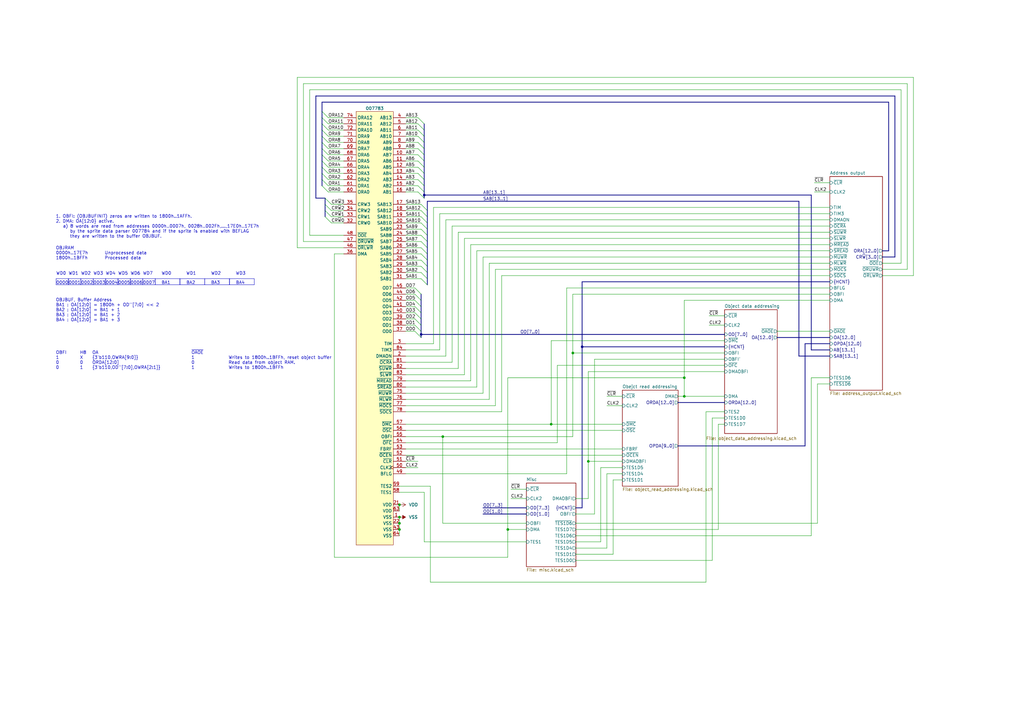
<source format=kicad_sch>
(kicad_sch (version 20231120) (generator "eeschema") (generator_version "8.0")
  (paper "A3")
  (title_block (title "Konami 007783") (date "2023-10-10") (company "Ulf Skutnabba, twitter: @skutis77"))
  (lib_symbols
    (symbol "ga_konami:007783_internal"
      (property "Reference" "U" (at 0 92.71 0))
      (property "Value" "007783" (at 0 90.17 0))
      (symbol "007783_internal_0_1"
        (rectangle (start -7.62 88.9) (end 7.62 -88.9) (fill (type background)))
      )
      (symbol "007783_internal_1_1"
        (pin power_out line (at 10.16 -77.47 180) (length 2.54) (name "VSS") (number "1"))
        (pin output line (at 12.7 71.12 180) (length 5.08) (name "AB7") (number "10"))
        (pin output line (at 12.7 68.58 180) (length 5.08) (name "AB6") (number "11"))
        (pin output line (at 12.7 66.04 180) (length 5.08) (name "AB5") (number "12"))
        (pin output line (at 12.7 63.5 180) (length 5.08) (name "AB4") (number "13"))
        (pin output line (at 12.7 60.96 180) (length 5.08) (name "AB3") (number "14"))
        (pin output line (at 12.7 58.42 180) (length 5.08) (name "AB2") (number "15"))
        (pin output line (at 12.7 55.88 180) (length 5.08) (name "AB1") (number "16"))
        (pin output line (at 12.7 50.8 180) (length 5.08) (name "SAB13") (number "17"))
        (pin output line (at 12.7 48.26 180) (length 5.08) (name "SAB12") (number "18"))
        (pin output line (at 12.7 45.72 180) (length 5.08) (name "SAB11") (number "19"))
        (pin output line (at 12.7 -11.43 180) (length 5.08) (name "DMAON") (number "2"))
        (pin output line (at 12.7 43.18 180) (length 5.08) (name "SAB10") (number "20"))
        (pin power_out line (at 10.16 -72.39 180) (length 2.54) (name "VDD") (number "21"))
        (pin power_out line (at 10.16 -80.01 180) (length 2.54) (name "VSS") (number "22"))
        (pin output line (at 12.7 40.64 180) (length 5.08) (name "SAB9") (number "23"))
        (pin output line (at 12.7 38.1 180) (length 5.08) (name "SAB8") (number "24"))
        (pin output line (at 12.7 35.56 180) (length 5.08) (name "SAB7") (number "25"))
        (pin output line (at 12.7 33.02 180) (length 5.08) (name "SAB6") (number "26"))
        (pin output line (at 12.7 30.48 180) (length 5.08) (name "SAB5") (number "27"))
        (pin output line (at 12.7 27.94 180) (length 5.08) (name "SAB4") (number "28"))
        (pin output line (at 12.7 25.4 180) (length 5.08) (name "SAB3") (number "29"))
        (pin output line (at 12.7 -6.35 180) (length 5.08) (name "TIM") (number "3"))
        (pin output line (at 12.7 22.86 180) (length 5.08) (name "SAB2") (number "30"))
        (pin output line (at 12.7 20.32 180) (length 5.08) (name "SAB1") (number "31"))
        (pin input line (at -12.7 43.18 0) (length 5.08) (name "CRW0") (number "32"))
        (pin input line (at -12.7 45.72 0) (length 5.08) (name "CRW1") (number "33"))
        (pin input line (at -12.7 48.26 0) (length 5.08) (name "CRW2") (number "34"))
        (pin input line (at -12.7 50.8 0) (length 5.08) (name "CRW3") (number "35"))
        (pin input line (at -12.7 30.48 0) (length 5.08) (name "DMA") (number "36"))
        (pin output line (at 12.7 -1.27 180) (length 5.08) (name "OD0") (number "37"))
        (pin output line (at 12.7 1.27 180) (length 5.08) (name "OD1") (number "38"))
        (pin output line (at 12.7 3.81 180) (length 5.08) (name "OD2") (number "39"))
        (pin output line (at 12.7 86.36 180) (length 5.08) (name "AB13") (number "4"))
        (pin output line (at 12.7 6.35 180) (length 5.08) (name "OD3") (number "40"))
        (pin output line (at 12.7 8.89 180) (length 5.08) (name "OD4") (number "41"))
        (pin output line (at 12.7 11.43 180) (length 5.08) (name "OD5") (number "42"))
        (pin power_out line (at 10.16 -82.55 180) (length 2.54) (name "VSS") (number "43"))
        (pin output line (at 12.7 13.97 180) (length 5.08) (name "OD6") (number "44"))
        (pin output line (at 12.7 16.51 180) (length 5.08) (name "OD7") (number "45"))
        (pin input line (at -12.7 33.02 0) (length 5.08) (name "~{ORLWR}") (number "46"))
        (pin input line (at -12.7 35.56 0) (length 5.08) (name "~{ORUWR}") (number "47"))
        (pin input line (at -12.7 38.1 0) (length 5.08) (name "~{OOE}") (number "48"))
        (pin output line (at 12.7 -59.69 180) (length 5.08) (name "BFLG") (number "49"))
        (pin output line (at 12.7 83.82 180) (length 5.08) (name "AB12") (number "5"))
        (pin output clock (at 12.7 -57.15 180) (length 5.08) (name "CLK2") (number "50"))
        (pin output line (at 12.7 -54.61 180) (length 5.08) (name "~{CLR}") (number "51"))
        (pin output line (at 12.7 -52.07 180) (length 5.08) (name "~{OCEN}") (number "52"))
        (pin output line (at 12.7 -49.53 180) (length 5.08) (name "FBRF") (number "53"))
        (pin output line (at 12.7 -46.99 180) (length 5.08) (name "~{OFC}") (number "54"))
        (pin output line (at 12.7 -44.45 180) (length 5.08) (name "OBFI") (number "55"))
        (pin output line (at 12.7 -41.91 180) (length 5.08) (name "~{OSC}") (number "56"))
        (pin output line (at 12.7 -39.37 180) (length 5.08) (name "~{DMC}") (number "57"))
        (pin output line (at 10.16 -67.31 180) (length 2.54) (name "TES1") (number "58"))
        (pin output line (at 10.16 -64.77 180) (length 2.54) (name "TES2") (number "59"))
        (pin output line (at 12.7 81.28 180) (length 5.08) (name "AB11") (number "6"))
        (pin input line (at -12.7 55.88 0) (length 5.08) (name "ORA0") (number "60"))
        (pin input line (at -12.7 58.42 0) (length 5.08) (name "ORA1") (number "61"))
        (pin input line (at -12.7 60.96 0) (length 5.08) (name "ORA2") (number "62"))
        (pin power_out line (at 10.16 -74.93 180) (length 2.54) (name "VDD") (number "63"))
        (pin power_out line (at 10.16 -85.09 180) (length 2.54) (name "VSS") (number "64"))
        (pin input line (at -12.7 63.5 0) (length 5.08) (name "ORA3") (number "65"))
        (pin input line (at -12.7 66.04 0) (length 5.08) (name "ORA4") (number "66"))
        (pin input line (at -12.7 68.58 0) (length 5.08) (name "ORA5") (number "67"))
        (pin input line (at -12.7 71.12 0) (length 5.08) (name "ORA6") (number "68"))
        (pin input line (at -12.7 73.66 0) (length 5.08) (name "ORA7") (number "69"))
        (pin output line (at 12.7 78.74 180) (length 5.08) (name "AB10") (number "7"))
        (pin input line (at -12.7 76.2 0) (length 5.08) (name "ORA8") (number "70"))
        (pin input line (at -12.7 78.74 0) (length 5.08) (name "ORA9") (number "71"))
        (pin input line (at -12.7 81.28 0) (length 5.08) (name "ORA10") (number "72"))
        (pin input line (at -12.7 83.82 0) (length 5.08) (name "ORA11") (number "73"))
        (pin input line (at -12.7 86.36 0) (length 5.08) (name "ORA12") (number "74"))
        (pin output line (at 12.7 -26.67 180) (length 5.08) (name "~{MUWR}") (number "75"))
        (pin output line (at 12.7 -29.21 180) (length 5.08) (name "~{MLWR}") (number "76"))
        (pin output line (at 12.7 -31.75 180) (length 5.08) (name "~{MOCS}") (number "77"))
        (pin output line (at 12.7 -34.29 180) (length 5.08) (name "~{SOCS}") (number "78"))
        (pin output line (at 12.7 -21.59 180) (length 5.08) (name "~{MREAD}") (number "79"))
        (pin output line (at 12.7 76.2 180) (length 5.08) (name "AB9") (number "8"))
        (pin output line (at 12.7 -24.13 180) (length 5.08) (name "~{SREAD}") (number "80"))
        (pin output line (at 12.7 -13.97 180) (length 5.08) (name "~{OCRA}") (number "81"))
        (pin output line (at 12.7 -16.51 180) (length 5.08) (name "~{SUWR}") (number "82"))
        (pin output line (at 12.7 -19.05 180) (length 5.08) (name "~{SLWR}") (number "83"))
        (pin output line (at 12.7 -8.89 180) (length 5.08) (name "TIM3") (number "84"))
        (pin output line (at 12.7 73.66 180) (length 5.08) (name "AB8") (number "9"))
      )
    )
    (symbol "power:VDD" (power) (pin_names (offset 0))
      (property "Value" "VDD" (at 0 3.81 0))
      (symbol "VDD_0_1"
        (polyline (pts (xy -0.762 1.27) (xy 0 2.54)))
        (polyline (pts (xy 0 0) (xy 0 2.54)))
        (polyline (pts (xy 0 2.54) (xy 0.762 1.27)))
      )
      (symbol "VDD_1_1"
        (pin power_in line (at 0 0 90) (length 0) hide (name "VDD") (number "1"))
      )
    )
    (symbol "power:VSS" (power) (pin_names (offset 0))
      (property "Value" "VSS" (at 0 3.81 0))
      (symbol "VSS_0_1"
        (polyline (pts (xy 0 0) (xy 0 2.54)))
        (polyline (pts (xy 0.762 1.27) (xy -0.762 1.27) (xy 0 2.54) (xy 0.762 1.27)) (fill (type outline)))
      )
      (symbol "VSS_1_1"
        (pin power_in line (at 0 0 90) (length 0) hide (name "VSS") (number "1"))
      )
    )
  )
  (junction (at 241.3 189.23))
  (junction (at 163.83 217.17))
  (junction (at 173.99 80.01))
  (junction (at 280.67 162.56))
  (junction (at 208.28 217.17))
  (junction (at 226.06 173.99))
  (junction (at 163.83 214.63))
  (junction (at 280.67 154.94))
  (junction (at 163.83 212.09))
  (junction (at 181.61 179.07))
  (junction (at 172.72 137.16))
  (junction (at 234.95 144.78))
  (junction (at 163.83 207.01))
  (junction (at 238.76 142.24))
  (bus_entry (at 171.45 48.26) (size 2.54 2.54))
  (bus_entry (at 170.18 123.19) (size 2.54 2.54))
  (bus_entry (at 172.72 88.9) (size 2.54 2.54))
  (bus_entry (at 132.08 68.58) (size 2.54 2.54))
  (bus_entry (at 171.45 60.96) (size 2.54 2.54))
  (bus_entry (at 172.72 86.36) (size 2.54 2.54))
  (bus_entry (at 132.08 55.88) (size 2.54 2.54))
  (bus_entry (at 172.72 109.22) (size 2.54 2.54))
  (bus_entry (at 171.45 63.5) (size 2.54 2.54))
  (bus_entry (at 172.72 91.44) (size 2.54 2.54))
  (bus_entry (at 133.35 86.36) (size 2.54 2.54))
  (bus_entry (at 132.08 63.5) (size 2.54 2.54))
  (bus_entry (at 133.35 81.28) (size 2.54 2.54))
  (bus_entry (at 170.18 128.27) (size 2.54 2.54))
  (bus_entry (at 170.18 118.11) (size 2.54 2.54))
  (bus_entry (at 172.72 93.98) (size 2.54 2.54))
  (bus_entry (at 172.72 96.52) (size 2.54 2.54))
  (bus_entry (at 172.72 83.82) (size 2.54 2.54))
  (bus_entry (at 132.08 45.72) (size 2.54 2.54))
  (bus_entry (at 133.35 83.82) (size 2.54 2.54))
  (bus_entry (at 170.18 130.81) (size 2.54 2.54))
  (bus_entry (at 132.08 76.2) (size 2.54 2.54))
  (bus_entry (at 170.18 133.35) (size 2.54 2.54))
  (bus_entry (at 132.08 50.8) (size 2.54 2.54))
  (bus_entry (at 172.72 99.06) (size 2.54 2.54))
  (bus_entry (at 172.72 106.68) (size 2.54 2.54))
  (bus_entry (at 132.08 58.42) (size 2.54 2.54))
  (bus_entry (at 171.45 55.88) (size 2.54 2.54))
  (bus_entry (at 132.08 60.96) (size 2.54 2.54))
  (bus_entry (at 132.08 71.12) (size 2.54 2.54))
  (bus_entry (at 171.45 73.66) (size 2.54 2.54))
  (bus_entry (at 172.72 101.6) (size 2.54 2.54))
  (bus_entry (at 170.18 135.89) (size 2.54 2.54))
  (bus_entry (at 172.72 111.76) (size 2.54 2.54))
  (bus_entry (at 171.45 78.74) (size 2.54 2.54))
  (bus_entry (at 171.45 76.2) (size 2.54 2.54))
  (bus_entry (at 132.08 73.66) (size 2.54 2.54))
  (bus_entry (at 132.08 53.34) (size 2.54 2.54))
  (bus_entry (at 171.45 58.42) (size 2.54 2.54))
  (bus_entry (at 171.45 50.8) (size 2.54 2.54))
  (bus_entry (at 171.45 68.58) (size 2.54 2.54))
  (bus_entry (at 132.08 48.26) (size 2.54 2.54))
  (bus_entry (at 132.08 66.04) (size 2.54 2.54))
  (bus_entry (at 171.45 71.12) (size 2.54 2.54))
  (bus_entry (at 172.72 104.14) (size 2.54 2.54))
  (bus_entry (at 171.45 53.34) (size 2.54 2.54))
  (bus_entry (at 133.35 88.9) (size 2.54 2.54))
  (bus_entry (at 170.18 120.65) (size 2.54 2.54))
  (bus_entry (at 170.18 125.73) (size 2.54 2.54))
  (bus_entry (at 171.45 66.04) (size 2.54 2.54))
  (bus_entry (at 172.72 114.3) (size 2.54 2.54))
  (wire (pts (xy 205.74 113.03) (xy 205.74 168.91)))
  (bus (pts (xy 175.26 88.9) (xy 175.26 86.36)))
  (wire (pts (xy 135.89 88.9) (xy 140.97 88.9)))
  (wire (pts (xy 166.37 55.88) (xy 171.45 55.88)))
  (polyline (pts (xy 28.0833 114.2714) (xy 28.0833 116.8114)))
  (bus (pts (xy 173.99 78.74) (xy 173.99 80.01)))
  (polyline (pts (xy 33.1633 116.8114) (xy 28.0833 116.8114)))
  (wire (pts (xy 208.28 228.6) (xy 137.16 228.6)))
  (polyline (pts (xy 33.1633 114.2714) (xy 38.2433 114.2714)))
  (wire (pts (xy 134.62 76.2) (xy 140.97 76.2)))
  (wire (pts (xy 134.62 50.8) (xy 140.97 50.8)))
  (bus (pts (xy 133.35 86.36) (xy 133.35 83.82)))
  (wire (pts (xy 181.61 214.63) (xy 215.9 214.63)))
  (wire (pts (xy 166.37 91.44) (xy 172.72 91.44)))
  (wire (pts (xy 334.01 78.74) (xy 340.36 78.74)))
  (wire (pts (xy 193.04 100.33) (xy 340.36 100.33)))
  (polyline (pts (xy 38.2433 114.2714) (xy 38.2433 116.8114)))
  (polyline (pts (xy 43.3233 116.8114) (xy 38.2433 116.8114)))
  (wire (pts (xy 234.95 120.65) (xy 234.95 144.78)))
  (wire (pts (xy 163.83 212.09) (xy 163.83 214.63)))
  (bus (pts (xy 238.76 142.24) (xy 238.76 115.57)))
  (wire (pts (xy 173.99 222.25) (xy 215.9 222.25)))
  (wire (pts (xy 289.56 168.91) (xy 289.56 238.76)))
  (bus (pts (xy 172.72 123.19) (xy 172.72 125.73)))
  (wire (pts (xy 166.37 93.98) (xy 172.72 93.98)))
  (bus (pts (xy 132.08 76.2) (xy 132.08 73.66)))
  (bus (pts (xy 175.26 86.36) (xy 175.26 82.55)))
  (bus (pts (xy 364.49 102.87) (xy 361.95 102.87)))
  (wire (pts (xy 127 36.83) (xy 127 96.52)))
  (wire (pts (xy 166.37 68.58) (xy 171.45 68.58)))
  (bus (pts (xy 173.99 68.58) (xy 173.99 71.12)))
  (wire (pts (xy 176.53 238.76) (xy 176.53 199.39)))
  (wire (pts (xy 294.64 173.99) (xy 297.18 173.99)))
  (bus (pts (xy 173.99 53.34) (xy 173.99 55.88)))
  (polyline (pts (xy 48.4033 114.2714) (xy 48.4033 116.8114)))
  (wire (pts (xy 166.37 58.42) (xy 171.45 58.42)))
  (polyline (pts (xy 58.5633 116.8114) (xy 53.4833 116.8114)))
  (wire (pts (xy 163.83 201.93) (xy 173.99 201.93)))
  (wire (pts (xy 203.2 166.37) (xy 203.2 110.49)))
  (wire (pts (xy 173.99 201.93) (xy 173.99 222.25)))
  (wire (pts (xy 335.28 157.48) (xy 340.36 157.48)))
  (bus (pts (xy 172.72 130.81) (xy 172.72 133.35)))
  (polyline (pts (xy 58.5633 114.2714) (xy 58.5633 116.8114)))
  (polyline (pts (xy 53.4833 114.2714) (xy 58.5633 114.2714)))
  (wire (pts (xy 166.37 50.8) (xy 171.45 50.8)))
  (wire (pts (xy 166.37 173.99) (xy 226.06 173.99)))
  (polyline (pts (xy 53.4833 114.2714) (xy 53.4833 116.8114)))
  (wire (pts (xy 209.55 204.47) (xy 215.9 204.47)))
  (polyline (pts (xy 28.0833 116.8114) (xy 23.0033 116.8114)))
  (wire (pts (xy 248.92 166.37) (xy 255.27 166.37)))
  (wire (pts (xy 166.37 111.76) (xy 172.72 111.76)))
  (wire (pts (xy 208.28 154.94) (xy 208.28 217.17)))
  (wire (pts (xy 203.2 110.49) (xy 340.36 110.49)))
  (polyline (pts (xy 33.1633 114.2714) (xy 33.1633 116.8114)))
  (wire (pts (xy 166.37 130.81) (xy 170.18 130.81)))
  (wire (pts (xy 121.92 31.75) (xy 121.92 101.6)))
  (bus (pts (xy 175.26 101.6) (xy 175.26 99.06)))
  (wire (pts (xy 246.38 191.77) (xy 255.27 191.77)))
  (bus (pts (xy 132.08 60.96) (xy 132.08 58.42)))
  (polyline (pts (xy 33.1633 114.2714) (xy 33.1633 116.8114)))
  (wire (pts (xy 297.18 171.45) (xy 292.1 171.45)))
  (bus (pts (xy 198.12 208.28) (xy 215.9 208.28)))
  (bus (pts (xy 175.26 106.68) (xy 175.26 104.14)))
  (bus (pts (xy 175.26 114.3) (xy 175.26 111.76)))
  (wire (pts (xy 166.37 48.26) (xy 171.45 48.26)))
  (bus (pts (xy 238.76 115.57) (xy 340.36 115.57)))
  (bus (pts (xy 173.99 50.8) (xy 173.99 53.34)))
  (wire (pts (xy 166.37 191.77) (xy 171.45 191.77)))
  (wire (pts (xy 335.28 214.63) (xy 335.28 157.48)))
  (wire (pts (xy 374.65 31.75) (xy 121.92 31.75)))
  (wire (pts (xy 198.12 105.41) (xy 340.36 105.41)))
  (wire (pts (xy 340.36 113.03) (xy 205.74 113.03)))
  (wire (pts (xy 134.62 55.88) (xy 140.97 55.88)))
  (wire (pts (xy 228.6 181.61) (xy 228.6 149.86)))
  (wire (pts (xy 226.06 173.99) (xy 255.27 173.99)))
  (wire (pts (xy 166.37 179.07) (xy 181.61 179.07)))
  (wire (pts (xy 134.62 71.12) (xy 140.97 71.12)))
  (wire (pts (xy 166.37 63.5) (xy 171.45 63.5)))
  (wire (pts (xy 318.77 135.89) (xy 340.36 135.89)))
  (wire (pts (xy 166.37 189.23) (xy 171.45 189.23)))
  (polyline (pts (xy 48.4033 114.2714) (xy 48.4033 116.8114)))
  (wire (pts (xy 166.37 163.83) (xy 200.66 163.83)))
  (wire (pts (xy 236.22 217.17) (xy 294.64 217.17)))
  (wire (pts (xy 166.37 148.59) (xy 185.42 148.59)))
  (wire (pts (xy 294.64 217.17) (xy 294.64 173.99)))
  (bus (pts (xy 340.36 146.05) (xy 327.66 146.05)))
  (bus (pts (xy 361.95 105.41) (xy 367.03 105.41)))
  (bus (pts (xy 367.03 39.37) (xy 129.54 39.37)))
  (wire (pts (xy 361.95 110.49) (xy 372.11 110.49)))
  (wire (pts (xy 195.58 158.75) (xy 195.58 102.87)))
  (wire (pts (xy 361.95 113.03) (xy 374.65 113.03)))
  (wire (pts (xy 166.37 153.67) (xy 190.5 153.67)))
  (wire (pts (xy 166.37 118.11) (xy 170.18 118.11)))
  (bus (pts (xy 236.22 208.28) (xy 238.76 208.28)))
  (bus (pts (xy 132.08 68.58) (xy 132.08 66.04)))
  (wire (pts (xy 137.16 104.14) (xy 140.97 104.14)))
  (wire (pts (xy 248.92 224.79) (xy 236.22 224.79)))
  (polyline (pts (xy 58.5633 114.2714) (xy 58.5633 116.8114)))
  (wire (pts (xy 127 96.52) (xy 140.97 96.52)))
  (wire (pts (xy 166.37 114.3) (xy 172.72 114.3)))
  (wire (pts (xy 134.62 60.96) (xy 140.97 60.96)))
  (wire (pts (xy 251.46 227.33) (xy 251.46 196.85)))
  (bus (pts (xy 175.26 99.06) (xy 175.26 96.52)))
  (bus (pts (xy 175.26 116.84) (xy 175.26 114.3)))
  (wire (pts (xy 209.55 200.66) (xy 215.9 200.66)))
  (wire (pts (xy 290.83 133.35) (xy 297.18 133.35)))
  (wire (pts (xy 166.37 101.6) (xy 172.72 101.6)))
  (wire (pts (xy 182.88 146.05) (xy 182.88 90.17)))
  (wire (pts (xy 166.37 76.2) (xy 171.45 76.2)))
  (wire (pts (xy 190.5 97.79) (xy 340.36 97.79)))
  (wire (pts (xy 243.84 210.82) (xy 243.84 147.32)))
  (wire (pts (xy 248.92 194.31) (xy 248.92 224.79)))
  (bus (pts (xy 278.13 165.1) (xy 297.18 165.1)))
  (bus (pts (xy 173.99 71.12) (xy 173.99 73.66)))
  (bus (pts (xy 172.72 135.89) (xy 172.72 137.16)))
  (wire (pts (xy 166.37 78.74) (xy 171.45 78.74)))
  (bus (pts (xy 173.99 80.01) (xy 173.99 81.28)))
  (bus (pts (xy 173.99 63.5) (xy 173.99 66.04)))
  (wire (pts (xy 334.01 74.93) (xy 340.36 74.93)))
  (polyline (pts (xy 43.3233 114.2714) (xy 48.4033 114.2714)))
  (wire (pts (xy 134.62 58.42) (xy 140.97 58.42)))
  (bus (pts (xy 173.99 66.04) (xy 173.99 68.58)))
  (bus (pts (xy 132.08 53.34) (xy 132.08 50.8)))
  (bus (pts (xy 278.13 182.88) (xy 330.2 182.88)))
  (polyline (pts (xy 38.2433 114.2714) (xy 38.2433 116.8114)))
  (polyline (pts (xy 53.4833 114.2714) (xy 53.4833 116.8114)))
  (polyline (pts (xy 28.0833 114.2714) (xy 28.0833 116.8114)))
  (polyline (pts (xy 48.4033 116.8114) (xy 43.3233 116.8114)))
  (wire (pts (xy 166.37 104.14) (xy 172.72 104.14)))
  (wire (pts (xy 166.37 71.12) (xy 171.45 71.12)))
  (bus (pts (xy 175.26 111.76) (xy 175.26 109.22)))
  (wire (pts (xy 166.37 161.29) (xy 198.12 161.29)))
  (bus (pts (xy 238.76 142.24) (xy 297.18 142.24)))
  (wire (pts (xy 187.96 151.13) (xy 187.96 95.25)))
  (wire (pts (xy 208.28 217.17) (xy 215.9 217.17)))
  (wire (pts (xy 166.37 176.53) (xy 255.27 176.53)))
  (wire (pts (xy 241.3 152.4) (xy 241.3 189.23)))
  (bus (pts (xy 173.99 58.42) (xy 173.99 60.96)))
  (wire (pts (xy 176.53 199.39) (xy 163.83 199.39)))
  (polyline (pts (xy 48.4033 114.2714) (xy 53.4833 114.2714)))
  (wire (pts (xy 166.37 73.66) (xy 171.45 73.66)))
  (wire (pts (xy 166.37 140.97) (xy 177.8 140.97)))
  (wire (pts (xy 280.67 162.56) (xy 297.18 162.56)))
  (polyline (pts (xy 38.2433 114.2714) (xy 43.3233 114.2714)))
  (wire (pts (xy 166.37 156.21) (xy 193.04 156.21)))
  (wire (pts (xy 124.46 99.06) (xy 124.46 34.29)))
  (wire (pts (xy 135.89 91.44) (xy 140.97 91.44)))
  (wire (pts (xy 166.37 66.04) (xy 171.45 66.04)))
  (wire (pts (xy 166.37 96.52) (xy 172.72 96.52)))
  (bus (pts (xy 172.72 120.65) (xy 172.72 123.19)))
  (wire (pts (xy 166.37 88.9) (xy 172.72 88.9)))
  (bus (pts (xy 364.49 41.91) (xy 364.49 102.87)))
  (polyline (pts (xy 63.6433 116.8114) (xy 58.5633 116.8114)))
  (wire (pts (xy 280.67 154.94) (xy 208.28 154.94)))
  (wire (pts (xy 278.13 162.56) (xy 280.67 162.56)))
  (bus (pts (xy 173.99 73.66) (xy 173.99 76.2)))
  (bus (pts (xy 133.35 83.82) (xy 133.35 81.28)))
  (polyline (pts (xy 63.6433 114.2714) (xy 63.6433 116.8114)))
  (wire (pts (xy 166.37 166.37) (xy 203.2 166.37)))
  (bus (pts (xy 332.74 143.51) (xy 332.74 80.01)))
  (wire (pts (xy 185.42 148.59) (xy 185.42 92.71)))
  (wire (pts (xy 193.04 156.21) (xy 193.04 100.33)))
  (bus (pts (xy 133.35 81.28) (xy 129.54 81.28)))
  (bus (pts (xy 132.08 48.26) (xy 132.08 45.72)))
  (bus (pts (xy 132.08 41.91) (xy 364.49 41.91)))
  (wire (pts (xy 135.89 83.82) (xy 140.97 83.82)))
  (bus (pts (xy 132.08 58.42) (xy 132.08 55.88)))
  (wire (pts (xy 166.37 184.15) (xy 255.27 184.15)))
  (wire (pts (xy 163.83 214.63) (xy 163.83 217.17)))
  (wire (pts (xy 134.62 53.34) (xy 140.97 53.34)))
  (wire (pts (xy 372.11 34.29) (xy 372.11 110.49)))
  (wire (pts (xy 241.3 152.4) (xy 297.18 152.4)))
  (wire (pts (xy 185.42 92.71) (xy 340.36 92.71)))
  (wire (pts (xy 166.37 86.36) (xy 172.72 86.36)))
  (wire (pts (xy 243.84 147.32) (xy 297.18 147.32)))
  (bus (pts (xy 175.26 93.98) (xy 175.26 91.44)))
  (bus (pts (xy 132.08 73.66) (xy 132.08 71.12)))
  (wire (pts (xy 187.96 95.25) (xy 340.36 95.25)))
  (wire (pts (xy 374.65 113.03) (xy 374.65 31.75)))
  (wire (pts (xy 166.37 151.13) (xy 187.96 151.13)))
  (wire (pts (xy 297.18 139.7) (xy 226.06 139.7)))
  (wire (pts (xy 166.37 53.34) (xy 171.45 53.34)))
  (bus (pts (xy 173.99 80.01) (xy 332.74 80.01)))
  (wire (pts (xy 134.62 78.74) (xy 140.97 78.74)))
  (bus (pts (xy 172.72 133.35) (xy 172.72 135.89)))
  (wire (pts (xy 292.1 229.87) (xy 236.22 229.87)))
  (wire (pts (xy 190.5 153.67) (xy 190.5 97.79)))
  (wire (pts (xy 289.56 238.76) (xy 176.53 238.76)))
  (bus (pts (xy 129.54 39.37) (xy 129.54 81.28)))
  (wire (pts (xy 182.88 90.17) (xy 340.36 90.17)))
  (polyline (pts (xy 53.4833 116.8114) (xy 48.4033 116.8114)))
  (polyline (pts (xy 43.3233 114.2714) (xy 43.3233 116.8114)))
  (bus (pts (xy 175.26 82.55) (xy 327.66 82.55)))
  (bus (pts (xy 132.08 50.8) (xy 132.08 48.26)))
  (wire (pts (xy 134.62 73.66) (xy 140.97 73.66)))
  (wire (pts (xy 166.37 120.65) (xy 170.18 120.65)))
  (wire (pts (xy 166.37 60.96) (xy 171.45 60.96)))
  (wire (pts (xy 205.74 168.91) (xy 166.37 168.91)))
  (wire (pts (xy 166.37 143.51) (xy 180.34 143.51)))
  (wire (pts (xy 134.62 63.5) (xy 140.97 63.5)))
  (wire (pts (xy 241.3 189.23) (xy 241.3 204.47)))
  (wire (pts (xy 140.97 99.06) (xy 124.46 99.06)))
  (wire (pts (xy 246.38 222.25) (xy 246.38 191.77)))
  (polyline (pts (xy 23.0033 114.2714) (xy 28.0833 114.2714)))
  (bus (pts (xy 132.08 45.72) (xy 132.08 41.91)))
  (bus (pts (xy 198.12 210.82) (xy 215.9 210.82)))
  (wire (pts (xy 280.67 162.56) (xy 280.67 154.94)))
  (bus (pts (xy 173.99 55.88) (xy 173.99 58.42)))
  (bus (pts (xy 330.2 182.88) (xy 330.2 140.97)))
  (bus (pts (xy 132.08 71.12) (xy 132.08 68.58)))
  (wire (pts (xy 135.89 86.36) (xy 140.97 86.36)))
  (bus (pts (xy 173.99 76.2) (xy 173.99 78.74)))
  (wire (pts (xy 166.37 158.75) (xy 195.58 158.75)))
  (wire (pts (xy 166.37 83.82) (xy 172.72 83.82)))
  (wire (pts (xy 134.62 66.04) (xy 140.97 66.04)))
  (wire (pts (xy 361.95 107.95) (xy 369.57 107.95)))
  (wire (pts (xy 166.37 194.31) (xy 232.41 194.31)))
  (wire (pts (xy 236.22 210.82) (xy 243.84 210.82)))
  (polyline (pts (xy 43.3233 114.2714) (xy 43.3233 116.8114)))
  (bus (pts (xy 172.72 128.27) (xy 172.72 130.81)))
  (polyline (pts (xy 28.0833 114.2714) (xy 33.1633 114.2714)))
  (wire (pts (xy 236.22 214.63) (xy 335.28 214.63)))
  (wire (pts (xy 166.37 181.61) (xy 228.6 181.61)))
  (wire (pts (xy 134.62 48.26) (xy 140.97 48.26)))
  (bus (pts (xy 172.72 125.73) (xy 172.72 128.27)))
  (bus (pts (xy 132.08 55.88) (xy 132.08 53.34)))
  (wire (pts (xy 332.74 219.71) (xy 332.74 154.94)))
  (bus (pts (xy 327.66 146.05) (xy 327.66 82.55)))
  (wire (pts (xy 121.92 101.6) (xy 140.97 101.6)))
  (wire (pts (xy 166.37 146.05) (xy 182.88 146.05)))
  (bus (pts (xy 318.77 138.43) (xy 340.36 138.43)))
  (bus (pts (xy 340.36 143.51) (xy 332.74 143.51)))
  (polyline (pts (xy 23.0033 114.2714) (xy 23.0033 116.8114)))
  (bus (pts (xy 133.35 88.9) (xy 133.35 86.36)))
  (wire (pts (xy 166.37 123.19) (xy 170.18 123.19)))
  (wire (pts (xy 234.95 179.07) (xy 234.95 144.78)))
  (bus (pts (xy 175.26 109.22) (xy 175.26 106.68)))
  (wire (pts (xy 248.92 194.31) (xy 255.27 194.31)))
  (bus (pts (xy 175.26 104.14) (xy 175.26 101.6)))
  (wire (pts (xy 195.58 102.87) (xy 340.36 102.87)))
  (bus (pts (xy 330.2 140.97) (xy 340.36 140.97)))
  (wire (pts (xy 232.41 118.11) (xy 232.41 194.31)))
  (wire (pts (xy 228.6 149.86) (xy 297.18 149.86)))
  (bus (pts (xy 172.72 137.16) (xy 297.18 137.16)))
  (wire (pts (xy 163.83 217.17) (xy 163.83 219.71)))
  (polyline (pts (xy 38.2433 116.8114) (xy 33.1633 116.8114)))
  (bus (pts (xy 367.03 105.41) (xy 367.03 39.37)))
  (wire (pts (xy 166.37 106.68) (xy 172.72 106.68)))
  (wire (pts (xy 297.18 168.91) (xy 289.56 168.91)))
  (wire (pts (xy 198.12 161.29) (xy 198.12 105.41)))
  (wire (pts (xy 290.83 129.54) (xy 297.18 129.54)))
  (wire (pts (xy 292.1 171.45) (xy 292.1 229.87)))
  (bus (pts (xy 173.99 60.96) (xy 173.99 63.5)))
  (wire (pts (xy 166.37 99.06) (xy 172.72 99.06)))
  (wire (pts (xy 236.22 204.47) (xy 241.3 204.47)))
  (wire (pts (xy 177.8 85.09) (xy 340.36 85.09)))
  (wire (pts (xy 369.57 107.95) (xy 369.57 36.83)))
  (wire (pts (xy 280.67 123.19) (xy 280.67 154.94)))
  (bus (pts (xy 175.26 96.52) (xy 175.26 93.98)))
  (wire (pts (xy 251.46 196.85) (xy 255.27 196.85)))
  (wire (pts (xy 200.66 107.95) (xy 200.66 163.83)))
  (wire (pts (xy 137.16 228.6) (xy 137.16 104.14)))
  (wire (pts (xy 236.22 227.33) (xy 251.46 227.33)))
  (wire (pts (xy 236.22 219.71) (xy 332.74 219.71)))
  (wire (pts (xy 180.34 87.63) (xy 340.36 87.63)))
  (wire (pts (xy 166.37 125.73) (xy 170.18 125.73)))
  (wire (pts (xy 280.67 123.19) (xy 340.36 123.19)))
  (wire (pts (xy 208.28 217.17) (xy 208.28 228.6)))
  (wire (pts (xy 124.46 34.29) (xy 372.11 34.29)))
  (bus (pts (xy 132.08 66.04) (xy 132.08 63.5)))
  (wire (pts (xy 236.22 222.25) (xy 246.38 222.25)))
  (wire (pts (xy 180.34 143.51) (xy 180.34 87.63)))
  (wire (pts (xy 226.06 139.7) (xy 226.06 173.99)))
  (wire (pts (xy 134.62 68.58) (xy 140.97 68.58)))
  (bus (pts (xy 238.76 208.28) (xy 238.76 142.24)))
  (wire (pts (xy 340.36 107.95) (xy 200.66 107.95)))
  (bus (pts (xy 172.72 137.16) (xy 172.72 138.43)))
  (wire (pts (xy 369.57 36.83) (xy 127 36.83)))
  (bus (pts (xy 132.08 63.5) (xy 132.08 60.96)))
  (wire (pts (xy 340.36 120.65) (xy 234.95 120.65)))
  (wire (pts (xy 241.3 189.23) (xy 255.27 189.23)))
  (wire (pts (xy 166.37 128.27) (xy 170.18 128.27)))
  (wire (pts (xy 163.83 207.01) (xy 163.83 209.55)))
  (bus (pts (xy 175.26 91.44) (xy 175.26 88.9)))
  (polyline (pts (xy 58.5633 114.2714) (xy 63.6433 114.2714)))
  (wire (pts (xy 166.37 133.35) (xy 170.18 133.35)))
  (wire (pts (xy 332.74 154.94) (xy 340.36 154.94)))
  (wire (pts (xy 234.95 144.78) (xy 297.18 144.78)))
  (wire (pts (xy 181.61 179.07) (xy 234.95 179.07)))
  (wire (pts (xy 340.36 118.11) (xy 232.41 118.11)))
  (wire (pts (xy 166.37 186.69) (xy 255.27 186.69)))
  (wire (pts (xy 177.8 140.97) (xy 177.8 85.09)))
  (wire (pts (xy 166.37 135.89) (xy 170.18 135.89)))
  (wire (pts (xy 166.37 109.22) (xy 172.72 109.22)))
  (wire (pts (xy 248.92 162.56) (xy 255.27 162.56)))
  (wire (pts (xy 181.61 179.07) (xy 181.61 214.63)))
  (rectangle (start 73.8033 114.2714) (end 83.9633 116.8114))
  (rectangle (start 63.6433 114.2714) (end 73.8033 116.8114))
  (rectangle (start 94.1233 114.2714) (end 104.2833 116.8114))
  (rectangle (start 83.9633 114.2714) (end 94.1233 116.8114))
  (text "0002" (at 33.1633 116.8114 0) (effects (font (size 1.27 1.27)) (justify left bottom)))
  (text "0004" (at 43.3233 116.8114 0) (effects (font (size 1.27 1.27)) (justify left bottom)))
  (text "WD7" (at 58.5633 113.0014 0) (effects (font (size 1.27 1.27)) (justify left bottom)))
  (text "BA1" (at 66.1833 116.8114 0) (effects (font (size 1.27 1.27)) (justify left bottom)))
  (text "WD1" (at 28.0833 113.0014 0) (effects (font (size 1.27 1.27)) (justify left bottom)))
  (text "WD2" (at 86.5033 113.0014 0) (effects (font (size 1.27 1.27)) (justify left bottom)))
  (text "WD3" (at 38.2433 113.0014 0) (effects (font (size 1.27 1.27)) (justify left bottom)))
  (text "WD4" (at 43.3233 113.0014 0) (effects (font (size 1.27 1.27)) (justify left bottom)))
  (text "OBJRAM\n0000h..17E7h	Unprocessed data\n1800h..1BFFh	Processed data" (at 22.86 106.68 0) (effects (font (size 1.27 1.27)) (justify left bottom)))
  (text "0001" (at 28.0833 116.8114 0) (effects (font (size 1.27 1.27)) (justify left bottom)))
  (text "WD2" (at 33.1633 113.0014 0) (effects (font (size 1.27 1.27)) (justify left bottom)))
  (text "WD0" (at 66.1833 113.0014 0) (effects (font (size 1.27 1.27)) (justify left bottom)))
  (text "0005" (at 48.4033 116.8114 0) (effects (font (size 1.27 1.27)) (justify left bottom)))
  (text "BA2" (at 76.3433 116.8114 0) (effects (font (size 1.27 1.27)) (justify left bottom)))
  (text "BA4" (at 96.6633 116.8114 0) (effects (font (size 1.27 1.27)) (justify left bottom)))
  (text "0003" (at 38.2433 116.8114 0) (effects (font (size 1.27 1.27)) (justify left bottom)))
  (text "WD1" (at 76.3433 113.0014 0) (effects (font (size 1.27 1.27)) (justify left bottom)))
  (text "WD3" (at 96.6633 113.0014 0) (effects (font (size 1.27 1.27)) (justify left bottom)))
  (text "OBFI	H8	OA								~{OAOE}	\n1		X	{3'b110,OWRA[9:0]}				1			Writes to 1800h..1BFFh, reset object buffer\n0		0	ORDA[12:0]						0			Read data from object RAM.\n0		1	{3'b110,OD''[7:0],OWRA[2:1]}	1			Writes to 1800h..1BFFh\n\n" (at 22.86 153.67 0) (effects (font (size 1.27 1.27)) (justify left bottom)))
  (text "0007" (at 58.5633 116.8114 0) (effects (font (size 1.27 1.27)) (justify left bottom)))
  (text "WD5" (at 48.4033 113.0014 0) (effects (font (size 1.27 1.27)) (justify left bottom)))
  (text "OBJBUF, Buffer Address\nBA1 : OA[12:0] = 1800h + OD''[7:0] << 2\nBA2 : OA[12:0] = BA1 + 1\nBA3 : OA[12:0] = BA1 + 2\nBA4 : OA[12:0] = BA1 + 3" (at 22.86 132.08 0) (effects (font (size 1.27 1.27)) (justify left bottom)))
  (text "WD0" (at 23.0033 113.0014 0) (effects (font (size 1.27 1.27)) (justify left bottom)))
  (text "0000" (at 23.0033 116.8114 0) (effects (font (size 1.27 1.27)) (justify left bottom)))
  (text "WD6" (at 53.4833 113.0014 0) (effects (font (size 1.27 1.27)) (justify left bottom)))
  (text "0006" (at 53.4833 116.8114 0) (effects (font (size 1.27 1.27)) (justify left bottom)))
  (text "1. OBFI: (OBJBUFINIT) zeros are written to 1800h..1AFFh.\n2. DMA: OA[12:0} active.\n   a) 8 words are read from addresses 0000h..0007h, 0028h..002Fh,...,17E0h..17E7h\n      by the sprite data parser 007784 and if the sprite is enabled with BEFLAG\n      they are written to the buffer OBJBUF." (at 22.86 97.79 0) (effects (font (size 1.27 1.27)) (justify left bottom)))
  (text "BA3" (at 86.5033 116.8114 0) (effects (font (size 1.27 1.27)) (justify left bottom)))
  (label "AB2" (at 166.37 76.2 0))
  (label "SAB10" (at 166.37 91.44 0))
  (label "ORA2" (at 134.62 73.66 0))
  (label "ORA6" (at 134.62 63.5 0))
  (label "~{CLR}" (at 209.55 200.66 0))
  (label "CLK2" (at 290.83 133.35 0))
  (label "ORA4" (at 134.62 68.58 0))
  (label "CLK2" (at 166.37 191.77 0))
  (label "SAB5" (at 166.37 104.14 0))
  (label "AB5" (at 166.37 68.58 0))
  (label "ORA5" (at 134.62 66.04 0))
  (label "OD2" (at 166.37 130.81 0))
  (label "AB7" (at 166.37 63.5 0))
  (label "SAB2" (at 166.37 111.76 0))
  (label "SAB11" (at 166.37 88.9 0))
  (label "~{CLR}" (at 248.92 162.56 0))
  (label "SAB6" (at 166.37 101.6 0))
  (label "OD[1..0]" (at 198.12 210.82 0))
  (label "ORA7" (at 134.62 60.96 0))
  (label "ORA9" (at 134.62 55.88 0))
  (label "OD6" (at 166.37 120.65 0))
  (label "AB3" (at 166.37 73.66 0))
  (label "OD5" (at 166.37 123.19 0))
  (label "CLK2" (at 248.92 166.37 0))
  (label "SAB7" (at 166.37 99.06 0))
  (label "ORA11" (at 134.62 50.8 0))
  (label "SAB[13..1]" (at 198.12 82.55 0))
  (label "AB11" (at 166.37 53.34 0))
  (label "OD[7..0]" (at 213.36 137.16 0))
  (label "AB12" (at 166.37 50.8 0))
  (label "AB4" (at 166.37 71.12 0))
  (label "CLK2" (at 209.55 204.47 0))
  (label "~{CLR}" (at 334.01 74.93 0))
  (label "OD[7..3]" (at 198.12 208.28 0))
  (label "CR~{W}3" (at 135.89 83.82 0))
  (label "OD3" (at 166.37 128.27 0))
  (label "SAB3" (at 166.37 109.22 0))
  (label "SAB12" (at 166.37 86.36 0))
  (label "AB9" (at 166.37 58.42 0))
  (label "SAB4" (at 166.37 106.68 0))
  (label "OD0" (at 166.37 135.89 0))
  (label "AB1" (at 166.37 78.74 0))
  (label "SAB9" (at 166.37 93.98 0))
  (label "AB10" (at 166.37 55.88 0))
  (label "OD1" (at 166.37 133.35 0))
  (label "AB13" (at 166.37 48.26 0))
  (label "SAB13" (at 166.37 83.82 0))
  (label "~{CLR}" (at 166.37 189.23 0))
  (label "AB[13..1]" (at 198.12 80.01 0))
  (label "ORA0" (at 134.62 78.74 0))
  (label "CR~{W}0" (at 135.89 91.44 0))
  (label "~{CLR}" (at 290.83 129.54 0))
  (label "SAB8" (at 166.37 96.52 0))
  (label "ORA3" (at 134.62 71.12 0))
  (label "OD4" (at 166.37 125.73 0))
  (label "ORA10" (at 134.62 53.34 0))
  (label "CR~{W}2" (at 135.89 86.36 0))
  (label "ORA12" (at 134.62 48.26 0))
  (label "ORA8" (at 134.62 58.42 0))
  (label "AB6" (at 166.37 66.04 0))
  (label "AB8" (at 166.37 60.96 0))
  (label "CLK2" (at 334.01 78.74 0))
  (label "SAB1" (at 166.37 114.3 0))
  (label "ORA1" (at 134.62 76.2 0))
  (label "CR~{W}1" (at 135.89 88.9 0))
  (label "OD7" (at 166.37 118.11 0))
  (symbol (lib_id "power:VDD") (at 163.83 207.01 270) (unit 1)
    (property "Reference" "#PWR015" (effects (hide yes)))
    (property "Value" "VDD" (at 167.64 207.01 90) (effects (justify left)))
  )
  (symbol (lib_id "ga_konami:007783_internal") (at 153.67 134.62 0) (unit 1)
    (property "Reference" "U1" (effects (hide yes)))
    (property "Value" "007783" (at 153.67 44.45 0))
  )
  (symbol (lib_id "power:VSS") (at 163.83 212.09 270) (unit 1)
    (property "Reference" "#PWR016" (effects (hide yes)))
    (property "Value" "VSS" (at 167.64 212.09 90) (effects (justify left)))
  )
  (sheet (at 297.18 127) (size 21.59 50.8) (stroke (width 0.1524))
    (property "Sheetname" "Object data addressing" (at 297.18 126.2884 0) (effects (justify left bottom)))
    (property "Sheetfile" "object_data_addressing.kicad_sch" (at 289.56 179.07 0) (effects (justify left top)))
    (pin "DMAOBFI" input (at 297.18 152.4 180))
    (pin "CLK2" input (at 297.18 133.35 180))
    (pin "~{CLR}" input (at 297.18 129.54 180))
    (pin "ORDA[12..0]" input (at 297.18 165.1 180))
    (pin "OA[12..0]" output (at 318.77 138.43 0))
    (pin "~{OAOE}" output (at 318.77 135.89 0))
    (pin "TES1D0" input (at 297.18 171.45 180))
    (pin "TES2" input (at 297.18 168.91 180))
    (pin "{HCNT}" input (at 297.18 142.24 180))
    (pin "DMA" input (at 297.18 162.56 180))
    (pin "~{OFC}" input (at 297.18 149.86 180))
    (pin "~{DMC}" input (at 297.18 139.7 180))
    (pin "OD[7..0]" input (at 297.18 137.16 180))
    (pin "TES1D7" input (at 297.18 173.99 180))
    (pin "OBFI" input (at 297.18 144.78 180))
    (pin "OBFI'" input (at 297.18 147.32 180))
  )
  (sheet (at 215.9 198.12) (size 20.32 34.29) (stroke (width 0.1524))
    (property "Sheetname" "Misc" (at 215.9 197.4084 0) (effects (justify left bottom)))
    (property "Sheetfile" "misc.kicad_sch" (at 215.9 232.9946 0) (effects (justify left top)))
    (pin "CLK2" input (at 215.9 204.47 180))
    (pin "~{CLR}" input (at 215.9 200.66 180))
    (pin "TES1D5" output (at 236.22 222.25 0))
    (pin "TES1D7" output (at 236.22 217.17 0))
    (pin "TES1D6" output (at 236.22 219.71 0))
    (pin "OBFI" input (at 215.9 214.63 180))
    (pin "OBFI'" output (at 236.22 210.82 0))
    (pin "DMAOBFI" output (at 236.22 204.47 0))
    (pin "DMA" input (at 215.9 217.17 180))
    (pin "TES1D4" output (at 236.22 224.79 0))
    (pin "~{TES1D6}" output (at 236.22 214.63 0))
    (pin "TES1" input (at 215.9 222.25 180))
    (pin "TES1D1" output (at 236.22 227.33 0))
    (pin "TES1D0" output (at 236.22 229.87 0))
    (pin "OD[1..0]" input (at 215.9 210.82 180))
    (pin "OD[7..3]" input (at 215.9 208.28 180))
    (pin "{HCNT}" output (at 236.22 208.28 0))
  )
  (sheet (at 255.27 160.02) (size 22.86 39.37) (stroke (width 0.1524))
    (property "Sheetname" "Obejct read addressing" (at 255.27 159.3084 0) (effects (justify left bottom)))
    (property "Sheetfile" "object_read_addressing.kicad_sch" (at 255.27 199.9746 0) (effects (justify left top)))
    (pin "OPDA[9..0]" output (at 278.13 182.88 0))
    (pin "FBRF" input (at 255.27 184.15 180))
    (pin "DMAOBFI" input (at 255.27 189.23 180))
    (pin "TES1D1" input (at 255.27 196.85 180))
    (pin "~{CLR}" input (at 255.27 162.56 180))
    (pin "CLK2" input (at 255.27 166.37 180))
    (pin "~{OSC}" input (at 255.27 176.53 180))
    (pin "~{DMC}" input (at 255.27 173.99 180))
    (pin "TES1D4" input (at 255.27 194.31 180))
    (pin "TES1D5" input (at 255.27 191.77 180))
    (pin "DMA" output (at 278.13 162.56 0))
    (pin "ORDA[12..0]" output (at 278.13 165.1 0))
    (pin "~{OCEN}" input (at 255.27 186.69 180))
  )
  (sheet (at 340.36 72.39) (size 21.59 87.63) (stroke (width 0.1524))
    (property "Sheetname" "Address output" (at 340.36 71.6784 0) (effects (justify left bottom)))
    (property "Sheetfile" "address_output.kicad_sch" (at 340.36 160.6046 0) (effects (justify left top)))
    (pin "ORA[12..0]" output (at 361.95 102.87 0))
    (pin "~{SUWR}" input (at 340.36 95.25 180))
    (pin "~{MOCS}" input (at 340.36 110.49 180))
    (pin "~{SOCS}" input (at 340.36 113.03 180))
    (pin "~{SLWR}" input (at 340.36 97.79 180))
    (pin "CLK2" input (at 340.36 78.74 180))
    (pin "~{ORUWR}" output (at 361.95 110.49 0))
    (pin "TIM" input (at 340.36 85.09 180))
    (pin "~{ORLWR}" output (at 361.95 113.03 0))
    (pin "~{OCRA}" input (at 340.36 92.71 180))
    (pin "TIM3" input (at 340.36 87.63 180))
    (pin "AB[13..1]" input (at 340.36 143.51 180))
    (pin "OA[12..0]" input (at 340.36 138.43 180))
    (pin "OPDA[12..0]" input (at 340.36 140.97 180))
    (pin "SAB[13..1]" input (at 340.36 146.05 180))
    (pin "{HCNT}" input (at 340.36 115.57 180))
    (pin "TES1D6" input (at 340.36 154.94 180))
    (pin "~{TES1D6}" input (at 340.36 157.48 180))
    (pin "OBFI" input (at 340.36 120.65 180))
    (pin "~{OOE}" output (at 361.95 107.95 0))
    (pin "~{SREAD}" input (at 340.36 102.87 180))
    (pin "~{MREAD}" input (at 340.36 100.33 180))
    (pin "~{OAOE}" input (at 340.36 135.89 180))
    (pin "DMA" input (at 340.36 123.19 180))
    (pin "~{MLWR}" input (at 340.36 107.95 180))
    (pin "~{CLR}" input (at 340.36 74.93 180))
    (pin "DMAON" input (at 340.36 90.17 180))
    (pin "~{MUWR}" input (at 340.36 105.41 180))
    (pin "BFLG" input (at 340.36 118.11 180))
    (pin "CR~{W}[3..0]" output (at 361.95 105.41 0))
  )
)
</source>
